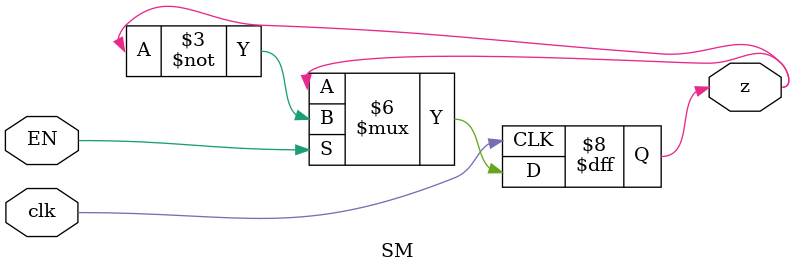
<source format=v>
module SM(clk,EN,z);

input clk,EN;
output z;

reg z;
initial z = 1'b0;

always@(negedge clk) begin
	if(EN==1'b1) begin 
		z <= ~z; 
	end
	else begin 
		z <= z; 
	end
end
endmodule
</source>
